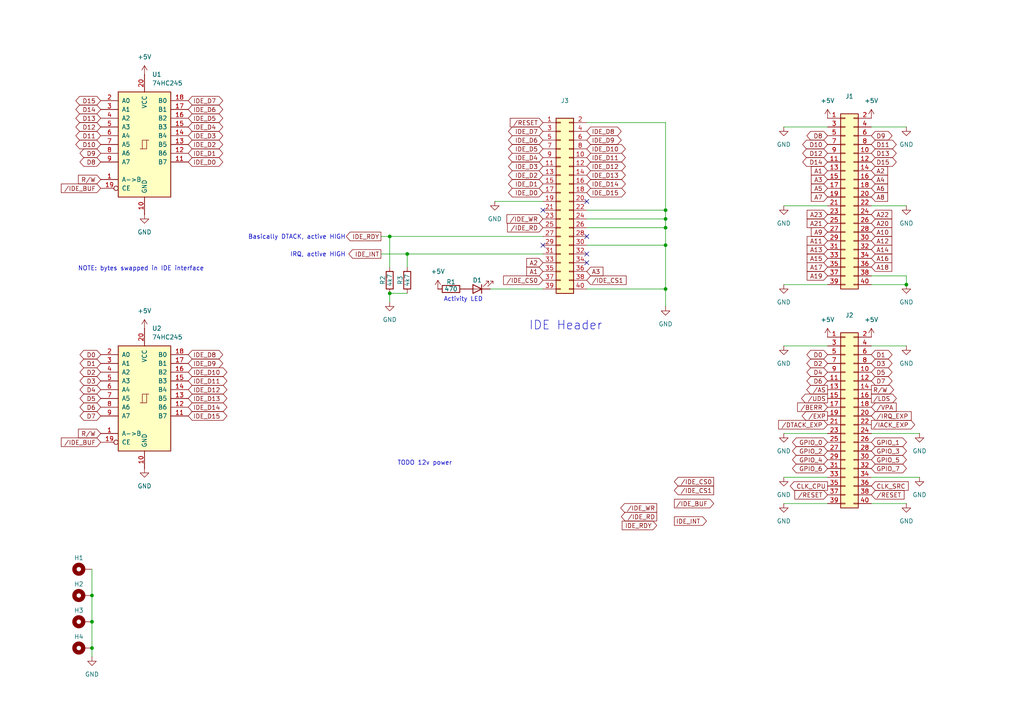
<source format=kicad_sch>
(kicad_sch (version 20231120) (generator "eeschema") (generator_version "8.0")
  (paper "A4")
  (lib_symbols
    (symbol "74xx:74HC245" (pin_names (offset 1.016))
      (property "Reference" "U" (at -7.62 16.51 0))
      (property "Value" "74HC245" (at -7.62 -16.51 0))
      (symbol "74HC245_1_0"
        (polyline (pts (xy -0.635 -1.27) (xy -0.635 1.27) (xy 0.635 1.27)))
        (polyline (pts (xy -1.27 -1.27) (xy 0.635 -1.27) (xy 0.635 1.27) (xy 1.27 1.27)))
        (pin input line (at -12.7 -10.16 0) (length 5.08) (name "A->B") (number "1"))
        (pin power_in line (at 0 -20.32 90) (length 5.08) (name "GND") (number "10"))
        (pin tri_state line (at 12.7 -5.08 180) (length 5.08) (name "B7") (number "11"))
        (pin tri_state line (at 12.7 -2.54 180) (length 5.08) (name "B6") (number "12"))
        (pin tri_state line (at 12.7 0 180) (length 5.08) (name "B5") (number "13"))
        (pin tri_state line (at 12.7 2.54 180) (length 5.08) (name "B4") (number "14"))
        (pin tri_state line (at 12.7 5.08 180) (length 5.08) (name "B3") (number "15"))
        (pin tri_state line (at 12.7 7.62 180) (length 5.08) (name "B2") (number "16"))
        (pin tri_state line (at 12.7 10.16 180) (length 5.08) (name "B1") (number "17"))
        (pin tri_state line (at 12.7 12.7 180) (length 5.08) (name "B0") (number "18"))
        (pin input inverted (at -12.7 -12.7 0) (length 5.08) (name "CE") (number "19"))
        (pin tri_state line (at -12.7 12.7 0) (length 5.08) (name "A0") (number "2"))
        (pin power_in line (at 0 20.32 270) (length 5.08) (name "VCC") (number "20"))
        (pin tri_state line (at -12.7 10.16 0) (length 5.08) (name "A1") (number "3"))
        (pin tri_state line (at -12.7 7.62 0) (length 5.08) (name "A2") (number "4"))
        (pin tri_state line (at -12.7 5.08 0) (length 5.08) (name "A3") (number "5"))
        (pin tri_state line (at -12.7 2.54 0) (length 5.08) (name "A4") (number "6"))
        (pin tri_state line (at -12.7 0 0) (length 5.08) (name "A5") (number "7"))
        (pin tri_state line (at -12.7 -2.54 0) (length 5.08) (name "A6") (number "8"))
        (pin tri_state line (at -12.7 -5.08 0) (length 5.08) (name "A7") (number "9"))
      )
      (symbol "74HC245_1_1"
        (rectangle (start -7.62 15.24) (end 7.62 -15.24) (stroke (width 0.254)) (fill (type background)))
      )
    )
    (symbol "Connector_Generic:Conn_02x20_Odd_Even" (pin_names (offset 1.016) hide)
      (property "Reference" "J" (at 1.27 25.4 0))
      (property "Value" "Conn_02x20_Odd_Even" (at 1.27 -27.94 0))
      (symbol "Conn_02x20_Odd_Even_1_1"
        (rectangle (start -1.27 -25.273) (end 0 -25.527) (stroke (width 0.1524)))
        (rectangle (start -1.27 -22.733) (end 0 -22.987) (stroke (width 0.1524)))
        (rectangle (start -1.27 -20.193) (end 0 -20.447) (stroke (width 0.1524)))
        (rectangle (start -1.27 -17.653) (end 0 -17.907) (stroke (width 0.1524)))
        (rectangle (start -1.27 -15.113) (end 0 -15.367) (stroke (width 0.1524)))
        (rectangle (start -1.27 -12.573) (end 0 -12.827) (stroke (width 0.1524)))
        (rectangle (start -1.27 -10.033) (end 0 -10.287) (stroke (width 0.1524)))
        (rectangle (start -1.27 -7.493) (end 0 -7.747) (stroke (width 0.1524)))
        (rectangle (start -1.27 -4.953) (end 0 -5.207) (stroke (width 0.1524)))
        (rectangle (start -1.27 -2.413) (end 0 -2.667) (stroke (width 0.1524)))
        (rectangle (start -1.27 0.127) (end 0 -0.127) (stroke (width 0.1524)))
        (rectangle (start -1.27 2.667) (end 0 2.413) (stroke (width 0.1524)))
        (rectangle (start -1.27 5.207) (end 0 4.953) (stroke (width 0.1524)))
        (rectangle (start -1.27 7.747) (end 0 7.493) (stroke (width 0.1524)))
        (rectangle (start -1.27 10.287) (end 0 10.033) (stroke (width 0.1524)))
        (rectangle (start -1.27 12.827) (end 0 12.573) (stroke (width 0.1524)))
        (rectangle (start -1.27 15.367) (end 0 15.113) (stroke (width 0.1524)))
        (rectangle (start -1.27 17.907) (end 0 17.653) (stroke (width 0.1524)))
        (rectangle (start -1.27 20.447) (end 0 20.193) (stroke (width 0.1524)))
        (rectangle (start -1.27 22.987) (end 0 22.733) (stroke (width 0.1524)))
        (rectangle (start -1.27 24.13) (end 3.81 -26.67) (stroke (width 0.254)) (fill (type background)))
        (rectangle (start 3.81 -25.273) (end 2.54 -25.527) (stroke (width 0.1524)))
        (rectangle (start 3.81 -22.733) (end 2.54 -22.987) (stroke (width 0.1524)))
        (rectangle (start 3.81 -20.193) (end 2.54 -20.447) (stroke (width 0.1524)))
        (rectangle (start 3.81 -17.653) (end 2.54 -17.907) (stroke (width 0.1524)))
        (rectangle (start 3.81 -15.113) (end 2.54 -15.367) (stroke (width 0.1524)))
        (rectangle (start 3.81 -12.573) (end 2.54 -12.827) (stroke (width 0.1524)))
        (rectangle (start 3.81 -10.033) (end 2.54 -10.287) (stroke (width 0.1524)))
        (rectangle (start 3.81 -7.493) (end 2.54 -7.747) (stroke (width 0.1524)))
        (rectangle (start 3.81 -4.953) (end 2.54 -5.207) (stroke (width 0.1524)))
        (rectangle (start 3.81 -2.413) (end 2.54 -2.667) (stroke (width 0.1524)))
        (rectangle (start 3.81 0.127) (end 2.54 -0.127) (stroke (width 0.1524)))
        (rectangle (start 3.81 2.667) (end 2.54 2.413) (stroke (width 0.1524)))
        (rectangle (start 3.81 5.207) (end 2.54 4.953) (stroke (width 0.1524)))
        (rectangle (start 3.81 7.747) (end 2.54 7.493) (stroke (width 0.1524)))
        (rectangle (start 3.81 10.287) (end 2.54 10.033) (stroke (width 0.1524)))
        (rectangle (start 3.81 12.827) (end 2.54 12.573) (stroke (width 0.1524)))
        (rectangle (start 3.81 15.367) (end 2.54 15.113) (stroke (width 0.1524)))
        (rectangle (start 3.81 17.907) (end 2.54 17.653) (stroke (width 0.1524)))
        (rectangle (start 3.81 20.447) (end 2.54 20.193) (stroke (width 0.1524)))
        (rectangle (start 3.81 22.987) (end 2.54 22.733) (stroke (width 0.1524)))
        (pin passive line (at -5.08 22.86 0) (length 3.81) (name "Pin_1") (number "1"))
        (pin passive line (at 7.62 12.7 180) (length 3.81) (name "Pin_10") (number "10"))
        (pin passive line (at -5.08 10.16 0) (length 3.81) (name "Pin_11") (number "11"))
        (pin passive line (at 7.62 10.16 180) (length 3.81) (name "Pin_12") (number "12"))
        (pin passive line (at -5.08 7.62 0) (length 3.81) (name "Pin_13") (number "13"))
        (pin passive line (at 7.62 7.62 180) (length 3.81) (name "Pin_14") (number "14"))
        (pin passive line (at -5.08 5.08 0) (length 3.81) (name "Pin_15") (number "15"))
        (pin passive line (at 7.62 5.08 180) (length 3.81) (name "Pin_16") (number "16"))
        (pin passive line (at -5.08 2.54 0) (length 3.81) (name "Pin_17") (number "17"))
        (pin passive line (at 7.62 2.54 180) (length 3.81) (name "Pin_18") (number "18"))
        (pin passive line (at -5.08 0 0) (length 3.81) (name "Pin_19") (number "19"))
        (pin passive line (at 7.62 22.86 180) (length 3.81) (name "Pin_2") (number "2"))
        (pin passive line (at 7.62 0 180) (length 3.81) (name "Pin_20") (number "20"))
        (pin passive line (at -5.08 -2.54 0) (length 3.81) (name "Pin_21") (number "21"))
        (pin passive line (at 7.62 -2.54 180) (length 3.81) (name "Pin_22") (number "22"))
        (pin passive line (at -5.08 -5.08 0) (length 3.81) (name "Pin_23") (number "23"))
        (pin passive line (at 7.62 -5.08 180) (length 3.81) (name "Pin_24") (number "24"))
        (pin passive line (at -5.08 -7.62 0) (length 3.81) (name "Pin_25") (number "25"))
        (pin passive line (at 7.62 -7.62 180) (length 3.81) (name "Pin_26") (number "26"))
        (pin passive line (at -5.08 -10.16 0) (length 3.81) (name "Pin_27") (number "27"))
        (pin passive line (at 7.62 -10.16 180) (length 3.81) (name "Pin_28") (number "28"))
        (pin passive line (at -5.08 -12.7 0) (length 3.81) (name "Pin_29") (number "29"))
        (pin passive line (at -5.08 20.32 0) (length 3.81) (name "Pin_3") (number "3"))
        (pin passive line (at 7.62 -12.7 180) (length 3.81) (name "Pin_30") (number "30"))
        (pin passive line (at -5.08 -15.24 0) (length 3.81) (name "Pin_31") (number "31"))
        (pin passive line (at 7.62 -15.24 180) (length 3.81) (name "Pin_32") (number "32"))
        (pin passive line (at -5.08 -17.78 0) (length 3.81) (name "Pin_33") (number "33"))
        (pin passive line (at 7.62 -17.78 180) (length 3.81) (name "Pin_34") (number "34"))
        (pin passive line (at -5.08 -20.32 0) (length 3.81) (name "Pin_35") (number "35"))
        (pin passive line (at 7.62 -20.32 180) (length 3.81) (name "Pin_36") (number "36"))
        (pin passive line (at -5.08 -22.86 0) (length 3.81) (name "Pin_37") (number "37"))
        (pin passive line (at 7.62 -22.86 180) (length 3.81) (name "Pin_38") (number "38"))
        (pin passive line (at -5.08 -25.4 0) (length 3.81) (name "Pin_39") (number "39"))
        (pin passive line (at 7.62 20.32 180) (length 3.81) (name "Pin_4") (number "4"))
        (pin passive line (at 7.62 -25.4 180) (length 3.81) (name "Pin_40") (number "40"))
        (pin passive line (at -5.08 17.78 0) (length 3.81) (name "Pin_5") (number "5"))
        (pin passive line (at 7.62 17.78 180) (length 3.81) (name "Pin_6") (number "6"))
        (pin passive line (at -5.08 15.24 0) (length 3.81) (name "Pin_7") (number "7"))
        (pin passive line (at 7.62 15.24 180) (length 3.81) (name "Pin_8") (number "8"))
        (pin passive line (at -5.08 12.7 0) (length 3.81) (name "Pin_9") (number "9"))
      )
    )
    (symbol "Device:LED" (pin_numbers hide) (pin_names (offset 1.016) hide)
      (property "Reference" "D" (at 0 2.54 0))
      (property "Value" "LED" (at 0 -2.54 0))
      (symbol "LED_0_1"
        (polyline (pts (xy -1.27 -1.27) (xy -1.27 1.27)) (stroke (width 0.254)))
        (polyline (pts (xy -1.27 0) (xy 1.27 0)))
        (polyline (pts (xy 1.27 -1.27) (xy 1.27 1.27) (xy -1.27 0) (xy 1.27 -1.27)) (stroke (width 0.254)))
        (polyline (pts (xy -3.048 -0.762) (xy -4.572 -2.286) (xy -3.81 -2.286) (xy -4.572 -2.286) (xy -4.572 -1.524)))
        (polyline (pts (xy -1.778 -0.762) (xy -3.302 -2.286) (xy -2.54 -2.286) (xy -3.302 -2.286) (xy -3.302 -1.524)))
      )
      (symbol "LED_1_1"
        (pin passive line (at -3.81 0 0) (length 2.54) (name "K") (number "1"))
        (pin passive line (at 3.81 0 180) (length 2.54) (name "A") (number "2"))
      )
    )
    (symbol "Device:R" (pin_numbers hide) (pin_names (offset 0))
      (property "Reference" "R" (at 2.032 0 90))
      (property "Value" "R" (at 0 0 90))
      (symbol "R_0_1"
        (rectangle (start -1.016 -2.54) (end 1.016 2.54) (stroke (width 0.254)))
      )
      (symbol "R_1_1"
        (pin passive line (at 0 3.81 270) (length 1.27) (name "~") (number "1"))
        (pin passive line (at 0 -3.81 90) (length 1.27) (name "~") (number "2"))
      )
    )
    (symbol "Mechanical:MountingHole_Pad" (pin_numbers hide) (pin_names (offset 1.016) hide) (exclude_from_sim yes) (in_bom no)
      (property "Reference" "H" (at 0 6.35 0))
      (property "Value" "MountingHole_Pad" (at 0 4.445 0))
      (symbol "MountingHole_Pad_0_1"
        (circle (center 0 1.27) (radius 1.27) (stroke (width 1.27)))
      )
      (symbol "MountingHole_Pad_1_1"
        (pin input line (at 0 -2.54 90) (length 2.54) (name "1") (number "1"))
      )
    )
    (symbol "power:+5V" (power) (pin_numbers hide) (pin_names (offset 0) hide)
      (property "Value" "+5V" (at 0 3.556 0))
      (symbol "+5V_0_1"
        (polyline (pts (xy -0.762 1.27) (xy 0 2.54)))
        (polyline (pts (xy 0 0) (xy 0 2.54)))
        (polyline (pts (xy 0 2.54) (xy 0.762 1.27)))
      )
      (symbol "+5V_1_1"
        (pin power_in line (at 0 0 90) (length 0) (name "~") (number "1"))
      )
    )
    (symbol "power:GND" (power) (pin_numbers hide) (pin_names (offset 0) hide)
      (property "Value" "GND" (at 0 -3.81 0))
      (symbol "GND_0_1"
        (polyline (pts (xy 0 0) (xy 0 -1.27) (xy 1.27 -1.27) (xy 0 -2.54) (xy -1.27 -1.27) (xy 0 -1.27)))
      )
      (symbol "GND_1_1"
        (pin power_in line (at 0 0 270) (length 0) (name "~") (number "1"))
      )
    )
  )
  (junction (at 193.04 63.5))
  (junction (at 193.04 83.82))
  (junction (at 193.04 66.04))
  (junction (at 113.03 68.58))
  (junction (at 193.04 71.12))
  (junction (at 262.89 82.55))
  (junction (at 113.03 85.09))
  (junction (at 26.67 187.96))
  (junction (at 26.67 180.34))
  (junction (at 118.11 73.66))
  (junction (at 193.04 60.96))
  (junction (at 26.67 172.72))
  (no_connect (at 170.18 73.66))
  (no_connect (at 157.48 71.12))
  (no_connect (at 170.18 68.58))
  (no_connect (at 170.18 58.42))
  (no_connect (at 157.48 60.96))
  (no_connect (at 170.18 76.2))
  (wire (pts (xy 193.04 35.56) (xy 170.18 35.56)))
  (wire (pts (xy 252.73 80.01) (xy 262.89 80.01)))
  (wire (pts (xy 193.04 63.5) (xy 193.04 60.96)))
  (wire (pts (xy 26.67 172.72) (xy 26.67 180.34)))
  (wire (pts (xy 170.18 60.96) (xy 193.04 60.96)))
  (wire (pts (xy 193.04 66.04) (xy 193.04 63.5)))
  (wire (pts (xy 113.03 68.58) (xy 113.03 77.47)))
  (wire (pts (xy 110.49 73.66) (xy 118.11 73.66)))
  (wire (pts (xy 142.24 83.82) (xy 157.48 83.82)))
  (wire (pts (xy 252.73 36.83) (xy 262.89 36.83)))
  (wire (pts (xy 26.67 165.1) (xy 26.67 172.72)))
  (wire (pts (xy 110.49 68.58) (xy 113.03 68.58)))
  (wire (pts (xy 118.11 73.66) (xy 157.48 73.66)))
  (wire (pts (xy 252.73 125.73) (xy 266.7 125.73)))
  (wire (pts (xy 26.67 187.96) (xy 26.67 190.5)))
  (wire (pts (xy 118.11 73.66) (xy 118.11 77.47)))
  (wire (pts (xy 143.51 58.42) (xy 157.48 58.42)))
  (wire (pts (xy 193.04 71.12) (xy 193.04 66.04)))
  (wire (pts (xy 193.04 83.82) (xy 193.04 71.12)))
  (wire (pts (xy 113.03 85.09) (xy 113.03 87.63)))
  (wire (pts (xy 170.18 66.04) (xy 193.04 66.04)))
  (wire (pts (xy 113.03 85.09) (xy 118.11 85.09)))
  (wire (pts (xy 227.33 125.73) (xy 240.03 125.73)))
  (wire (pts (xy 193.04 88.9) (xy 193.04 83.82)))
  (wire (pts (xy 252.73 100.33) (xy 262.89 100.33)))
  (wire (pts (xy 252.73 82.55) (xy 262.89 82.55)))
  (wire (pts (xy 252.73 138.43) (xy 266.7 138.43)))
  (wire (pts (xy 227.33 100.33) (xy 240.03 100.33)))
  (wire (pts (xy 227.33 36.83) (xy 240.03 36.83)))
  (wire (pts (xy 227.33 82.55) (xy 240.03 82.55)))
  (wire (pts (xy 170.18 63.5) (xy 193.04 63.5)))
  (wire (pts (xy 170.18 83.82) (xy 193.04 83.82)))
  (wire (pts (xy 227.33 146.05) (xy 240.03 146.05)))
  (wire (pts (xy 193.04 60.96) (xy 193.04 35.56)))
  (wire (pts (xy 170.18 71.12) (xy 193.04 71.12)))
  (wire (pts (xy 113.03 68.58) (xy 157.48 68.58)))
  (wire (pts (xy 252.73 59.69) (xy 262.89 59.69)))
  (wire (pts (xy 252.73 146.05) (xy 262.89 146.05)))
  (wire (pts (xy 227.33 138.43) (xy 240.03 138.43)))
  (wire (pts (xy 26.67 180.34) (xy 26.67 187.96)))
  (wire (pts (xy 227.33 59.69) (xy 240.03 59.69)))
  (wire (pts (xy 262.89 80.01) (xy 262.89 82.55)))
  (text "Activity LED" (at 134.366 86.868 0) (effects (font (size 1.27 1.27))))
  (text "TODO 12v power\n" (at 123.19 134.366 0) (effects (font (size 1.27 1.27))))
  (text "IDE Header" (at 164.084 94.488 0) (effects (font (size 2.54 2.54))))
  (text "NOTE: bytes swapped in IDE interface" (at 40.894 77.978 0) (effects (font (size 1.27 1.27))))
  (text "IRQ, active HIGH" (at 92.202 73.914 0) (effects (font (size 1.27 1.27))))
  (text "Basically DTACK, active HIGH" (at 86.106 68.834 0) (effects (font (size 1.27 1.27))))
  (global_label "IDE_D15" (shape bidirectional) (at 170.18 55.88 0) (property "Intersheetrefs" "${INTERSHEET_REFS}" (effects (hide yes))))
  (global_label "CLK_SRC" (shape input) (at 252.73 140.97 0) (property "Intersheetrefs" "${INTERSHEET_REFS}" (effects (hide yes))))
  (global_label "GPIO_5" (shape bidirectional) (at 252.73 133.35 0) (property "Intersheetrefs" "${INTERSHEET_REFS}" (effects (hide yes))))
  (global_label "{slash}IDE_RD" (shape input) (at 157.48 66.04 180) (property "Intersheetrefs" "${INTERSHEET_REFS}" (effects (hide yes))))
  (global_label "GPIO_6" (shape bidirectional) (at 240.03 135.89 180) (property "Intersheetrefs" "${INTERSHEET_REFS}" (effects (hide yes))))
  (global_label "D15" (shape bidirectional) (at 29.21 29.21 180) (property "Intersheetrefs" "${INTERSHEET_REFS}" (effects (hide yes))))
  (global_label "GPIO_3" (shape bidirectional) (at 252.73 130.81 0) (property "Intersheetrefs" "${INTERSHEET_REFS}" (effects (hide yes))))
  (global_label "{slash}LDS" (shape output) (at 252.73 115.57 0) (property "Intersheetrefs" "${INTERSHEET_REFS}" (effects (hide yes))))
  (global_label "IDE_INT" (shape output) (at 110.49 73.66 180) (property "Intersheetrefs" "${INTERSHEET_REFS}" (effects (hide yes))))
  (global_label "A17" (shape input) (at 240.03 77.47 180) (property "Intersheetrefs" "${INTERSHEET_REFS}" (effects (hide yes))))
  (global_label "D13" (shape bidirectional) (at 252.73 44.45 0) (property "Intersheetrefs" "${INTERSHEET_REFS}" (effects (hide yes))))
  (global_label "D9" (shape bidirectional) (at 29.21 44.45 180) (property "Intersheetrefs" "${INTERSHEET_REFS}" (effects (hide yes))))
  (global_label "A19" (shape input) (at 240.03 80.01 180) (property "Intersheetrefs" "${INTERSHEET_REFS}" (effects (hide yes))))
  (global_label "D8" (shape bidirectional) (at 240.03 39.37 180) (property "Intersheetrefs" "${INTERSHEET_REFS}" (effects (hide yes))))
  (global_label "D8" (shape bidirectional) (at 29.21 46.99 180) (property "Intersheetrefs" "${INTERSHEET_REFS}" (effects (hide yes))))
  (global_label "D6" (shape bidirectional) (at 29.21 118.11 180) (property "Intersheetrefs" "${INTERSHEET_REFS}" (effects (hide yes))))
  (global_label "D11" (shape bidirectional) (at 29.21 39.37 180) (property "Intersheetrefs" "${INTERSHEET_REFS}" (effects (hide yes))))
  (global_label "CLK_CPU" (shape output) (at 240.03 140.97 180) (property "Intersheetrefs" "${INTERSHEET_REFS}" (effects (hide yes))))
  (global_label "IDE_D0" (shape bidirectional) (at 157.48 55.88 180) (property "Intersheetrefs" "${INTERSHEET_REFS}" (effects (hide yes))))
  (global_label "D7" (shape bidirectional) (at 252.73 110.49 0) (property "Intersheetrefs" "${INTERSHEET_REFS}" (effects (hide yes))))
  (global_label "{slash}IDE_CS0" (shape output) (at 207.01 139.7 180) (property "Intersheetrefs" "${INTERSHEET_REFS}" (effects (hide yes))))
  (global_label "A18" (shape input) (at 252.73 77.47 0) (property "Intersheetrefs" "${INTERSHEET_REFS}" (effects (hide yes))))
  (global_label "{slash}BERR" (shape input) (at 240.03 118.11 180) (property "Intersheetrefs" "${INTERSHEET_REFS}" (effects (hide yes))))
  (global_label "IDE_D13" (shape bidirectional) (at 170.18 50.8 0) (property "Intersheetrefs" "${INTERSHEET_REFS}" (effects (hide yes))))
  (global_label "IDE_D4" (shape bidirectional) (at 157.48 45.72 180) (property "Intersheetrefs" "${INTERSHEET_REFS}" (effects (hide yes))))
  (global_label "IDE_D14" (shape bidirectional) (at 54.61 118.11 0) (property "Intersheetrefs" "${INTERSHEET_REFS}" (effects (hide yes))))
  (global_label "A20" (shape input) (at 252.73 64.77 0) (property "Intersheetrefs" "${INTERSHEET_REFS}" (effects (hide yes))))
  (global_label "D1" (shape bidirectional) (at 252.73 102.87 0) (property "Intersheetrefs" "${INTERSHEET_REFS}" (effects (hide yes))))
  (global_label "D15" (shape bidirectional) (at 252.73 46.99 0) (property "Intersheetrefs" "${INTERSHEET_REFS}" (effects (hide yes))))
  (global_label "R{slash}W" (shape input) (at 29.21 125.73 180) (property "Intersheetrefs" "${INTERSHEET_REFS}" (effects (hide yes))))
  (global_label "GPIO_7" (shape bidirectional) (at 252.73 135.89 0) (property "Intersheetrefs" "${INTERSHEET_REFS}" (effects (hide yes))))
  (global_label "{slash}IDE_RD" (shape output) (at 190.5 149.86 180) (property "Intersheetrefs" "${INTERSHEET_REFS}" (effects (hide yes))))
  (global_label "{slash}RESET" (shape input) (at 240.03 143.51 180) (property "Intersheetrefs" "${INTERSHEET_REFS}" (effects (hide yes))))
  (global_label "{slash}IDE_CS0" (shape input) (at 157.48 81.28 180) (property "Intersheetrefs" "${INTERSHEET_REFS}" (effects (hide yes))))
  (global_label "A12" (shape input) (at 252.73 69.85 0) (property "Intersheetrefs" "${INTERSHEET_REFS}" (effects (hide yes))))
  (global_label "{slash}IDE_WR" (shape output) (at 190.5 147.32 180) (property "Intersheetrefs" "${INTERSHEET_REFS}" (effects (hide yes))))
  (global_label "{slash}RESET" (shape input) (at 157.48 35.56 180) (property "Intersheetrefs" "${INTERSHEET_REFS}" (effects (hide yes))))
  (global_label "IDE_D11" (shape bidirectional) (at 54.61 110.49 0) (property "Intersheetrefs" "${INTERSHEET_REFS}" (effects (hide yes))))
  (global_label "D2" (shape bidirectional) (at 240.03 105.41 180) (property "Intersheetrefs" "${INTERSHEET_REFS}" (effects (hide yes))))
  (global_label "D10" (shape bidirectional) (at 240.03 41.91 180) (property "Intersheetrefs" "${INTERSHEET_REFS}" (effects (hide yes))))
  (global_label "IDE_D13" (shape bidirectional) (at 54.61 115.57 0) (property "Intersheetrefs" "${INTERSHEET_REFS}" (effects (hide yes))))
  (global_label "A8" (shape input) (at 252.73 57.15 0) (property "Intersheetrefs" "${INTERSHEET_REFS}" (effects (hide yes))))
  (global_label "GPIO_2" (shape bidirectional) (at 240.03 130.81 180) (property "Intersheetrefs" "${INTERSHEET_REFS}" (effects (hide yes))))
  (global_label "IDE_D7" (shape bidirectional) (at 54.61 29.21 0) (property "Intersheetrefs" "${INTERSHEET_REFS}" (effects (hide yes))))
  (global_label "{slash}IDE_BUF" (shape input) (at 29.21 128.27 180) (property "Intersheetrefs" "${INTERSHEET_REFS}" (effects (hide yes))))
  (global_label "A3" (shape input) (at 170.18 78.74 0) (property "Intersheetrefs" "${INTERSHEET_REFS}" (effects (hide yes))))
  (global_label "{slash}IACK_EXP" (shape output) (at 252.73 123.19 0) (property "Intersheetrefs" "${INTERSHEET_REFS}" (effects (hide yes))))
  (global_label "IDE_D10" (shape bidirectional) (at 170.18 43.18 0) (property "Intersheetrefs" "${INTERSHEET_REFS}" (effects (hide yes))))
  (global_label "D6" (shape bidirectional) (at 240.03 110.49 180) (property "Intersheetrefs" "${INTERSHEET_REFS}" (effects (hide yes))))
  (global_label "A1" (shape input) (at 240.03 49.53 180) (property "Intersheetrefs" "${INTERSHEET_REFS}" (effects (hide yes))))
  (global_label "IDE_D12" (shape bidirectional) (at 170.18 48.26 0) (property "Intersheetrefs" "${INTERSHEET_REFS}" (effects (hide yes))))
  (global_label "D3" (shape bidirectional) (at 252.73 105.41 0) (property "Intersheetrefs" "${INTERSHEET_REFS}" (effects (hide yes))))
  (global_label "D0" (shape bidirectional) (at 240.03 102.87 180) (property "Intersheetrefs" "${INTERSHEET_REFS}" (effects (hide yes))))
  (global_label "A11" (shape input) (at 240.03 69.85 180) (property "Intersheetrefs" "${INTERSHEET_REFS}" (effects (hide yes))))
  (global_label "A1" (shape input) (at 157.48 78.74 180) (property "Intersheetrefs" "${INTERSHEET_REFS}" (effects (hide yes))))
  (global_label "{slash}IDE_BUF" (shape output) (at 195.58 146.05 0) (property "Intersheetrefs" "${INTERSHEET_REFS}" (effects (hide yes))))
  (global_label "{slash}DTACK_EXP" (shape input) (at 240.03 123.19 180) (property "Intersheetrefs" "${INTERSHEET_REFS}" (effects (hide yes))))
  (global_label "IDE_D11" (shape bidirectional) (at 170.18 45.72 0) (property "Intersheetrefs" "${INTERSHEET_REFS}" (effects (hide yes))))
  (global_label "D3" (shape bidirectional) (at 29.21 110.49 180) (property "Intersheetrefs" "${INTERSHEET_REFS}" (effects (hide yes))))
  (global_label "D1" (shape bidirectional) (at 29.21 105.41 180) (property "Intersheetrefs" "${INTERSHEET_REFS}" (effects (hide yes))))
  (global_label "D5" (shape bidirectional) (at 252.73 107.95 0) (property "Intersheetrefs" "${INTERSHEET_REFS}" (effects (hide yes))))
  (global_label "IDE_D3" (shape bidirectional) (at 54.61 39.37 0) (property "Intersheetrefs" "${INTERSHEET_REFS}" (effects (hide yes))))
  (global_label "A14" (shape input) (at 252.73 72.39 0) (property "Intersheetrefs" "${INTERSHEET_REFS}" (effects (hide yes))))
  (global_label "{slash}UDS" (shape output) (at 240.03 115.57 180) (property "Intersheetrefs" "${INTERSHEET_REFS}" (effects (hide yes))))
  (global_label "IDE_D3" (shape bidirectional) (at 157.48 48.26 180) (property "Intersheetrefs" "${INTERSHEET_REFS}" (effects (hide yes))))
  (global_label "A4" (shape input) (at 252.73 52.07 0) (property "Intersheetrefs" "${INTERSHEET_REFS}" (effects (hide yes))))
  (global_label "A10" (shape input) (at 252.73 67.31 0) (property "Intersheetrefs" "${INTERSHEET_REFS}" (effects (hide yes))))
  (global_label "IDE_D2" (shape bidirectional) (at 157.48 50.8 180) (property "Intersheetrefs" "${INTERSHEET_REFS}" (effects (hide yes))))
  (global_label "D12" (shape bidirectional) (at 240.03 44.45 180) (property "Intersheetrefs" "${INTERSHEET_REFS}" (effects (hide yes))))
  (global_label "IDE_RDY" (shape input) (at 190.5 152.4 180) (property "Intersheetrefs" "${INTERSHEET_REFS}" (effects (hide yes))))
  (global_label "GPIO_0" (shape bidirectional) (at 240.03 128.27 180) (property "Intersheetrefs" "${INTERSHEET_REFS}" (effects (hide yes))))
  (global_label "{slash}IDE_CS1" (shape output) (at 207.01 142.24 180) (property "Intersheetrefs" "${INTERSHEET_REFS}" (effects (hide yes))))
  (global_label "A9" (shape input) (at 240.03 67.31 180) (property "Intersheetrefs" "${INTERSHEET_REFS}" (effects (hide yes))))
  (global_label "D7" (shape bidirectional) (at 29.21 120.65 180) (property "Intersheetrefs" "${INTERSHEET_REFS}" (effects (hide yes))))
  (global_label "IDE_RDY" (shape output) (at 110.49 68.58 180) (property "Intersheetrefs" "${INTERSHEET_REFS}" (effects (hide yes))))
  (global_label "IDE_D10" (shape bidirectional) (at 54.61 107.95 0) (property "Intersheetrefs" "${INTERSHEET_REFS}" (effects (hide yes))))
  (global_label "D0" (shape bidirectional) (at 29.21 102.87 180) (property "Intersheetrefs" "${INTERSHEET_REFS}" (effects (hide yes))))
  (global_label "{slash}EXP" (shape output) (at 240.03 120.65 180) (property "Intersheetrefs" "${INTERSHEET_REFS}" (effects (hide yes))))
  (global_label "IDE_D9" (shape bidirectional) (at 170.18 40.64 0) (property "Intersheetrefs" "${INTERSHEET_REFS}" (effects (hide yes))))
  (global_label "IDE_D5" (shape bidirectional) (at 157.48 43.18 180) (property "Intersheetrefs" "${INTERSHEET_REFS}" (effects (hide yes))))
  (global_label "GPIO_1" (shape bidirectional) (at 252.73 128.27 0) (property "Intersheetrefs" "${INTERSHEET_REFS}" (effects (hide yes))))
  (global_label "IDE_D8" (shape bidirectional) (at 170.18 38.1 0) (property "Intersheetrefs" "${INTERSHEET_REFS}" (effects (hide yes))))
  (global_label "{slash}VPA" (shape input) (at 252.73 118.11 0) (property "Intersheetrefs" "${INTERSHEET_REFS}" (effects (hide yes))))
  (global_label "D10" (shape bidirectional) (at 29.21 41.91 180) (property "Intersheetrefs" "${INTERSHEET_REFS}" (effects (hide yes))))
  (global_label "D5" (shape bidirectional) (at 29.21 115.57 180) (property "Intersheetrefs" "${INTERSHEET_REFS}" (effects (hide yes))))
  (global_label "IDE_D2" (shape bidirectional) (at 54.61 41.91 0) (property "Intersheetrefs" "${INTERSHEET_REFS}" (effects (hide yes))))
  (global_label "IDE_D1" (shape bidirectional) (at 54.61 44.45 0) (property "Intersheetrefs" "${INTERSHEET_REFS}" (effects (hide yes))))
  (global_label "{slash}AS" (shape output) (at 240.03 113.03 180) (property "Intersheetrefs" "${INTERSHEET_REFS}" (effects (hide yes))))
  (global_label "D13" (shape bidirectional) (at 29.21 34.29 180) (property "Intersheetrefs" "${INTERSHEET_REFS}" (effects (hide yes))))
  (global_label "D12" (shape bidirectional) (at 29.21 36.83 180) (property "Intersheetrefs" "${INTERSHEET_REFS}" (effects (hide yes))))
  (global_label "D14" (shape bidirectional) (at 240.03 46.99 180) (property "Intersheetrefs" "${INTERSHEET_REFS}" (effects (hide yes))))
  (global_label "IDE_D7" (shape bidirectional) (at 157.48 38.1 180) (property "Intersheetrefs" "${INTERSHEET_REFS}" (effects (hide yes))))
  (global_label "A5" (shape input) (at 240.03 54.61 180) (property "Intersheetrefs" "${INTERSHEET_REFS}" (effects (hide yes))))
  (global_label "IDE_D1" (shape bidirectional) (at 157.48 53.34 180) (property "Intersheetrefs" "${INTERSHEET_REFS}" (effects (hide yes))))
  (global_label "R{slash}W" (shape output) (at 252.73 113.03 0) (property "Intersheetrefs" "${INTERSHEET_REFS}" (effects (hide yes))))
  (global_label "R{slash}W" (shape input) (at 29.21 52.07 180) (property "Intersheetrefs" "${INTERSHEET_REFS}" (effects (hide yes))))
  (global_label "D2" (shape bidirectional) (at 29.21 107.95 180) (property "Intersheetrefs" "${INTERSHEET_REFS}" (effects (hide yes))))
  (global_label "IDE_D6" (shape bidirectional) (at 54.61 31.75 0) (property "Intersheetrefs" "${INTERSHEET_REFS}" (effects (hide yes))))
  (global_label "IDE_D4" (shape bidirectional) (at 54.61 36.83 0) (property "Intersheetrefs" "${INTERSHEET_REFS}" (effects (hide yes))))
  (global_label "A15" (shape input) (at 240.03 74.93 180) (property "Intersheetrefs" "${INTERSHEET_REFS}" (effects (hide yes))))
  (global_label "{slash}IDE_CS1" (shape input) (at 170.18 81.28 0) (property "Intersheetrefs" "${INTERSHEET_REFS}" (effects (hide yes))))
  (global_label "GPIO_4" (shape bidirectional) (at 240.03 133.35 180) (property "Intersheetrefs" "${INTERSHEET_REFS}" (effects (hide yes))))
  (global_label "{slash}IRQ_EXP" (shape input) (at 252.73 120.65 0) (property "Intersheetrefs" "${INTERSHEET_REFS}" (effects (hide yes))))
  (global_label "IDE_D12" (shape bidirectional) (at 54.61 113.03 0) (property "Intersheetrefs" "${INTERSHEET_REFS}" (effects (hide yes))))
  (global_label "D9" (shape bidirectional) (at 252.73 39.37 0) (property "Intersheetrefs" "${INTERSHEET_REFS}" (effects (hide yes))))
  (global_label "D14" (shape bidirectional) (at 29.21 31.75 180) (property "Intersheetrefs" "${INTERSHEET_REFS}" (effects (hide yes))))
  (global_label "IDE_D8" (shape bidirectional) (at 54.61 102.87 0) (property "Intersheetrefs" "${INTERSHEET_REFS}" (effects (hide yes))))
  (global_label "{slash}IDE_BUF" (shape input) (at 29.21 54.61 180) (property "Intersheetrefs" "${INTERSHEET_REFS}" (effects (hide yes))))
  (global_label "A7" (shape input) (at 240.03 57.15 180) (property "Intersheetrefs" "${INTERSHEET_REFS}" (effects (hide yes))))
  (global_label "A3" (shape input) (at 240.03 52.07 180) (property "Intersheetrefs" "${INTERSHEET_REFS}" (effects (hide yes))))
  (global_label "A2" (shape input) (at 157.48 76.2 180) (property "Intersheetrefs" "${INTERSHEET_REFS}" (effects (hide yes))))
  (global_label "A16" (shape input) (at 252.73 74.93 0) (property "Intersheetrefs" "${INTERSHEET_REFS}" (effects (hide yes))))
  (global_label "IDE_D0" (shape bidirectional) (at 54.61 46.99 0) (property "Intersheetrefs" "${INTERSHEET_REFS}" (effects (hide yes))))
  (global_label "A23" (shape input) (at 240.03 62.23 180) (property "Intersheetrefs" "${INTERSHEET_REFS}" (effects (hide yes))))
  (global_label "IDE_D9" (shape bidirectional) (at 54.61 105.41 0) (property "Intersheetrefs" "${INTERSHEET_REFS}" (effects (hide yes))))
  (global_label "IDE_D14" (shape bidirectional) (at 170.18 53.34 0) (property "Intersheetrefs" "${INTERSHEET_REFS}" (effects (hide yes))))
  (global_label "D11" (shape bidirectional) (at 252.73 41.91 0) (property "Intersheetrefs" "${INTERSHEET_REFS}" (effects (hide yes))))
  (global_label "{slash}IDE_WR" (shape input) (at 157.48 63.5 180) (property "Intersheetrefs" "${INTERSHEET_REFS}" (effects (hide yes))))
  (global_label "A6" (shape input) (at 252.73 54.61 0) (property "Intersheetrefs" "${INTERSHEET_REFS}" (effects (hide yes))))
  (global_label "IDE_D6" (shape bidirectional) (at 157.48 40.64 180) (property "Intersheetrefs" "${INTERSHEET_REFS}" (effects (hide yes))))
  (global_label "A13" (shape input) (at 240.03 72.39 180) (property "Intersheetrefs" "${INTERSHEET_REFS}" (effects (hide yes))))
  (global_label "IDE_D5" (shape bidirectional) (at 54.61 34.29 0) (property "Intersheetrefs" "${INTERSHEET_REFS}" (effects (hide yes))))
  (global_label "D4" (shape bidirectional) (at 240.03 107.95 180) (property "Intersheetrefs" "${INTERSHEET_REFS}" (effects (hide yes))))
  (global_label "A21" (shape input) (at 240.03 64.77 180) (property "Intersheetrefs" "${INTERSHEET_REFS}" (effects (hide yes))))
  (global_label "A22" (shape input) (at 252.73 62.23 0) (property "Intersheetrefs" "${INTERSHEET_REFS}" (effects (hide yes))))
  (global_label "IDE_INT" (shape output) (at 195.58 151.13 0) (property "Intersheetrefs" "${INTERSHEET_REFS}" (effects (hide yes))))
  (global_label "A2" (shape input) (at 252.73 49.53 0) (property "Intersheetrefs" "${INTERSHEET_REFS}" (effects (hide yes))))
  (global_label "D4" (shape bidirectional) (at 29.21 113.03 180) (property "Intersheetrefs" "${INTERSHEET_REFS}" (effects (hide yes))))
  (global_label "{slash}RESET" (shape input) (at 252.73 143.51 0) (property "Intersheetrefs" "${INTERSHEET_REFS}" (effects (hide yes))))
  (global_label "IDE_D15" (shape bidirectional) (at 54.61 120.65 0) (property "Intersheetrefs" "${INTERSHEET_REFS}" (effects (hide yes))))
  (symbol (lib_id "power:+5V") (at 252.73 34.29 0) (unit 1)
    (property "Reference" "#PWR010" (effects (hide yes)))
    (property "Value" "+5V" (at 252.73 29.21 0))
    (property "Description" "Power symbol creates a global label with name \"+5V\"" (effects (hide yes)))
  )
  (symbol (lib_id "power:+5V") (at 127 83.82 0) (unit 1)
    (property "Reference" "#PWR021" (effects (hide yes)))
    (property "Value" "+5V" (at 127 78.74 0))
    (property "Description" "Power symbol creates a global label with name \"+5V\"" (effects (hide yes)))
  )
  (symbol (lib_id "power:GND") (at 227.33 138.43 0) (unit 1)
    (property "Reference" "#PWR06" (effects (hide yes)))
    (property "Value" "GND" (at 227.33 143.51 0))
    (property "Description" "Power symbol creates a global label with name \"GND\" , ground" (effects (hide yes)))
  )
  (symbol (lib_id "power:GND") (at 262.89 100.33 0) (unit 1)
    (property "Reference" "#PWR015" (effects (hide yes)))
    (property "Value" "GND" (at 262.89 105.41 0))
    (property "Description" "Power symbol creates a global label with name \"GND\" , ground" (effects (hide yes)))
  )
  (symbol (lib_id "power:GND") (at 227.33 146.05 0) (unit 1)
    (property "Reference" "#PWR07" (effects (hide yes)))
    (property "Value" "GND" (at 227.33 151.13 0))
    (property "Description" "Power symbol creates a global label with name \"GND\" , ground" (effects (hide yes)))
  )
  (symbol (lib_id "Connector_Generic:Conn_02x20_Odd_Even") (at 245.11 57.15 0) (unit 1)
    (property "Reference" "J1" (at 246.38 27.94 0))
    (property "Value" "Conn_02x20_Odd_Even" (effects (hide yes)))
    (property "Footprint" "Connector_IDC:IDC-Header_2x20_P2.54mm_Vertical" (effects (hide yes)))
    (property "Description" "Generic connector, double row, 02x20, odd/even pin numbering scheme (row 1 odd numbers, row 2 even numbers), script generated (kicad-library-utils/schlib/autogen/connector/)" (effects (hide yes)))
  )
  (symbol (lib_id "power:GND") (at 262.89 59.69 0) (unit 1)
    (property "Reference" "#PWR013" (effects (hide yes)))
    (property "Value" "GND" (at 262.89 64.77 0))
    (property "Description" "Power symbol creates a global label with name \"GND\" , ground" (effects (hide yes)))
  )
  (symbol (lib_id "Mechanical:MountingHole_Pad") (at 24.13 180.34 90) (unit 1) (exclude_from_sim yes) (in_bom no)
    (property "Reference" "H3" (at 22.86 177.038 90))
    (property "Value" "MountingHole_Pad" (effects (hide yes)))
    (property "Footprint" "MountingHole:MountingHole_3.2mm_M3_Pad" (effects (hide yes)))
    (property "Description" "Mounting Hole with connection" (effects (hide yes)))
  )
  (symbol (lib_id "Device:R") (at 130.81 83.82 90) (unit 1)
    (property "Reference" "R1" (at 130.81 81.788 90))
    (property "Value" "470" (at 130.81 83.82 90))
    (property "Description" "Resistor" (effects (hide yes)))
  )
  (symbol (lib_id "Mechanical:MountingHole_Pad") (at 24.13 187.96 90) (unit 1) (exclude_from_sim yes) (in_bom no)
    (property "Reference" "H4" (at 22.86 184.658 90))
    (property "Value" "MountingHole_Pad" (effects (hide yes)))
    (property "Footprint" "MountingHole:MountingHole_3.2mm_M3_Pad" (effects (hide yes)))
    (property "Description" "Mounting Hole with connection" (effects (hide yes)))
  )
  (symbol (lib_id "74xx:74HC245") (at 41.91 115.57 0) (unit 1)
    (property "Reference" "U2" (at 44.1041 95.25 0) (effects (justify left)))
    (property "Value" "74HC245" (at 44.1041 97.79 0) (effects (justify left)))
    (property "Footprint" "Package_DIP:DIP-20_W7.62mm_Socket" (effects (hide yes)))
    (property "Datasheet" "http://www.ti.com/lit/gpn/sn74HC245" (effects (hide yes)))
    (property "Description" "Octal BUS Transceivers, 3-State outputs" (effects (hide yes)))
  )
  (symbol (lib_id "Mechanical:MountingHole_Pad") (at 24.13 165.1 90) (unit 1) (exclude_from_sim yes) (in_bom no)
    (property "Reference" "H1" (at 22.86 161.798 90))
    (property "Value" "MountingHole_Pad" (effects (hide yes)))
    (property "Footprint" "MountingHole:MountingHole_3.2mm_M3_Pad" (effects (hide yes)))
    (property "Description" "Mounting Hole with connection" (effects (hide yes)))
  )
  (symbol (lib_id "Device:LED") (at 138.43 83.82 180) (unit 1)
    (property "Reference" "D1" (at 138.43 81.28 0))
    (property "Value" "LED" (effects (hide yes)))
    (property "Description" "Light emitting diode" (effects (hide yes)))
  )
  (symbol (lib_id "Connector_Generic:Conn_02x20_Odd_Even") (at 245.11 120.65 0) (unit 1)
    (property "Reference" "J2" (at 246.38 91.44 0))
    (property "Value" "Conn_02x20_Odd_Even" (effects (hide yes)))
    (property "Footprint" "Connector_IDC:IDC-Header_2x20_P2.54mm_Vertical" (effects (hide yes)))
    (property "Description" "Generic connector, double row, 02x20, odd/even pin numbering scheme (row 1 odd numbers, row 2 even numbers), script generated (kicad-library-utils/schlib/autogen/connector/)" (effects (hide yes)))
  )
  (symbol (lib_id "power:GND") (at 193.04 88.9 0) (unit 1)
    (property "Reference" "#PWR019" (effects (hide yes)))
    (property "Value" "GND" (at 193.04 93.98 0))
    (property "Description" "Power symbol creates a global label with name \"GND\" , ground" (effects (hide yes)))
  )
  (symbol (lib_id "power:+5V") (at 252.73 97.79 0) (unit 1)
    (property "Reference" "#PWR011" (effects (hide yes)))
    (property "Value" "+5V" (at 252.73 92.71 0))
    (property "Description" "Power symbol creates a global label with name \"+5V\"" (effects (hide yes)))
  )
  (symbol (lib_id "power:GND") (at 227.33 125.73 0) (unit 1)
    (property "Reference" "#PWR05" (effects (hide yes)))
    (property "Value" "GND" (at 227.33 130.81 0))
    (property "Description" "Power symbol creates a global label with name \"GND\" , ground" (effects (hide yes)))
  )
  (symbol (lib_id "power:+5V") (at 41.91 21.59 0) (unit 1)
    (property "Reference" "#PWR022" (effects (hide yes)))
    (property "Value" "+5V" (at 41.91 16.51 0))
    (property "Description" "Power symbol creates a global label with name \"+5V\"" (effects (hide yes)))
  )
  (symbol (lib_id "power:+5V") (at 240.03 97.79 0) (unit 1)
    (property "Reference" "#PWR09" (effects (hide yes)))
    (property "Value" "+5V" (at 240.03 92.71 0))
    (property "Description" "Power symbol creates a global label with name \"+5V\"" (effects (hide yes)))
  )
  (symbol (lib_id "power:GND") (at 227.33 82.55 0) (unit 1)
    (property "Reference" "#PWR03" (effects (hide yes)))
    (property "Value" "GND" (at 227.33 87.63 0))
    (property "Description" "Power symbol creates a global label with name \"GND\" , ground" (effects (hide yes)))
  )
  (symbol (lib_id "74xx:74HC245") (at 41.91 41.91 0) (unit 1)
    (property "Reference" "U1" (at 44.1041 21.59 0) (effects (justify left)))
    (property "Value" "74HC245" (at 44.1041 24.13 0) (effects (justify left)))
    (property "Footprint" "Package_DIP:DIP-20_W7.62mm_Socket" (effects (hide yes)))
    (property "Datasheet" "http://www.ti.com/lit/gpn/sn74HC245" (effects (hide yes)))
    (property "Description" "Octal BUS Transceivers, 3-State outputs" (effects (hide yes)))
  )
  (symbol (lib_id "power:GND") (at 41.91 135.89 0) (unit 1)
    (property "Reference" "#PWR025" (effects (hide yes)))
    (property "Value" "GND" (at 41.91 140.97 0))
    (property "Description" "Power symbol creates a global label with name \"GND\" , ground" (effects (hide yes)))
  )
  (symbol (lib_id "power:GND") (at 262.89 146.05 0) (unit 1)
    (property "Reference" "#PWR016" (effects (hide yes)))
    (property "Value" "GND" (at 262.89 151.13 0))
    (property "Description" "Power symbol creates a global label with name \"GND\" , ground" (effects (hide yes)))
  )
  (symbol (lib_id "power:GND") (at 227.33 100.33 0) (unit 1)
    (property "Reference" "#PWR04" (effects (hide yes)))
    (property "Value" "GND" (at 227.33 105.41 0))
    (property "Description" "Power symbol creates a global label with name \"GND\" , ground" (effects (hide yes)))
  )
  (symbol (lib_id "Device:R") (at 118.11 81.28 180) (unit 1)
    (property "Reference" "R3" (at 116.078 81.28 90))
    (property "Value" "4k7" (at 118.11 81.28 90))
    (property "Description" "Resistor" (effects (hide yes)))
  )
  (symbol (lib_id "Device:R") (at 113.03 81.28 180) (unit 1)
    (property "Reference" "R2" (at 110.998 81.28 90))
    (property "Value" "4k7" (at 113.03 81.28 90))
    (property "Description" "Resistor" (effects (hide yes)))
  )
  (symbol (lib_id "Connector_Generic:Conn_02x20_Odd_Even") (at 162.56 58.42 0) (unit 1)
    (property "Reference" "J3" (at 163.83 29.21 0))
    (property "Value" "Conn_02x20_Odd_Even" (effects (hide yes)))
    (property "Footprint" "Connector_IDC:IDC-Header_2x20_P2.54mm_Vertical" (effects (hide yes)))
    (property "Description" "Generic connector, double row, 02x20, odd/even pin numbering scheme (row 1 odd numbers, row 2 even numbers), script generated (kicad-library-utils/schlib/autogen/connector/)" (effects (hide yes)))
  )
  (symbol (lib_id "power:GND") (at 41.91 62.23 0) (unit 1)
    (property "Reference" "#PWR024" (effects (hide yes)))
    (property "Value" "GND" (at 41.91 67.31 0))
    (property "Description" "Power symbol creates a global label with name \"GND\" , ground" (effects (hide yes)))
  )
  (symbol (lib_id "power:GND") (at 227.33 59.69 0) (unit 1)
    (property "Reference" "#PWR02" (effects (hide yes)))
    (property "Value" "GND" (at 227.33 64.77 0))
    (property "Description" "Power symbol creates a global label with name \"GND\" , ground" (effects (hide yes)))
  )
  (symbol (lib_id "power:GND") (at 266.7 138.43 0) (unit 1)
    (property "Reference" "#PWR018" (effects (hide yes)))
    (property "Value" "GND" (at 266.7 143.51 0))
    (property "Description" "Power symbol creates a global label with name \"GND\" , ground" (effects (hide yes)))
  )
  (symbol (lib_id "power:GND") (at 143.51 58.42 0) (unit 1)
    (property "Reference" "#PWR020" (effects (hide yes)))
    (property "Value" "GND" (at 143.51 63.5 0))
    (property "Description" "Power symbol creates a global label with name \"GND\" , ground" (effects (hide yes)))
  )
  (symbol (lib_id "power:GND") (at 113.03 87.63 0) (unit 1)
    (property "Reference" "#PWR026" (effects (hide yes)))
    (property "Value" "GND" (at 113.03 92.71 0))
    (property "Description" "Power symbol creates a global label with name \"GND\" , ground" (effects (hide yes)))
  )
  (symbol (lib_id "power:GND") (at 26.67 190.5 0) (unit 1)
    (property "Reference" "#PWR027" (effects (hide yes)))
    (property "Value" "GND" (at 26.67 195.58 0))
    (property "Description" "Power symbol creates a global label with name \"GND\" , ground" (effects (hide yes)))
  )
  (symbol (lib_id "power:GND") (at 262.89 36.83 0) (unit 1)
    (property "Reference" "#PWR012" (effects (hide yes)))
    (property "Value" "GND" (at 262.89 41.91 0))
    (property "Description" "Power symbol creates a global label with name \"GND\" , ground" (effects (hide yes)))
  )
  (symbol (lib_id "power:+5V") (at 41.91 95.25 0) (unit 1)
    (property "Reference" "#PWR023" (effects (hide yes)))
    (property "Value" "+5V" (at 41.91 90.17 0))
    (property "Description" "Power symbol creates a global label with name \"+5V\"" (effects (hide yes)))
  )
  (symbol (lib_id "power:GND") (at 266.7 125.73 0) (unit 1)
    (property "Reference" "#PWR017" (effects (hide yes)))
    (property "Value" "GND" (at 266.7 130.81 0))
    (property "Description" "Power symbol creates a global label with name \"GND\" , ground" (effects (hide yes)))
  )
  (symbol (lib_id "power:GND") (at 227.33 36.83 0) (unit 1)
    (property "Reference" "#PWR01" (effects (hide yes)))
    (property "Value" "GND" (at 227.33 41.91 0))
    (property "Description" "Power symbol creates a global label with name \"GND\" , ground" (effects (hide yes)))
  )
  (symbol (lib_id "Mechanical:MountingHole_Pad") (at 24.13 172.72 90) (unit 1) (exclude_from_sim yes) (in_bom no)
    (property "Reference" "H2" (at 22.86 169.418 90))
    (property "Value" "MountingHole_Pad" (effects (hide yes)))
    (property "Footprint" "MountingHole:MountingHole_3.2mm_M3_Pad" (effects (hide yes)))
    (property "Description" "Mounting Hole with connection" (effects (hide yes)))
  )
  (symbol (lib_id "power:+5V") (at 240.03 34.29 0) (unit 1)
    (property "Reference" "#PWR08" (effects (hide yes)))
    (property "Value" "+5V" (at 240.03 29.21 0))
    (property "Description" "Power symbol creates a global label with name \"+5V\"" (effects (hide yes)))
  )
  (symbol (lib_id "power:GND") (at 262.89 82.55 0) (unit 1)
    (property "Reference" "#PWR014" (effects (hide yes)))
    (property "Value" "GND" (at 262.89 87.63 0))
    (property "Description" "Power symbol creates a global label with name \"GND\" , ground" (effects (hide yes)))
  )
)
</source>
